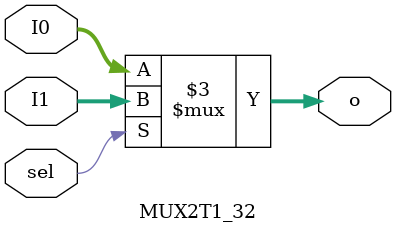
<source format=v>
`timescale 1ns / 1ps


module MUX2T1_32(input [31:0] I0,
                input [31:0] I1,
                input sel,
                output reg [31:0] o);
    always @(*) begin
        if(sel) begin
            o = I1;
        end
        else begin
            o = I0;
        end
    end
endmodule

</source>
